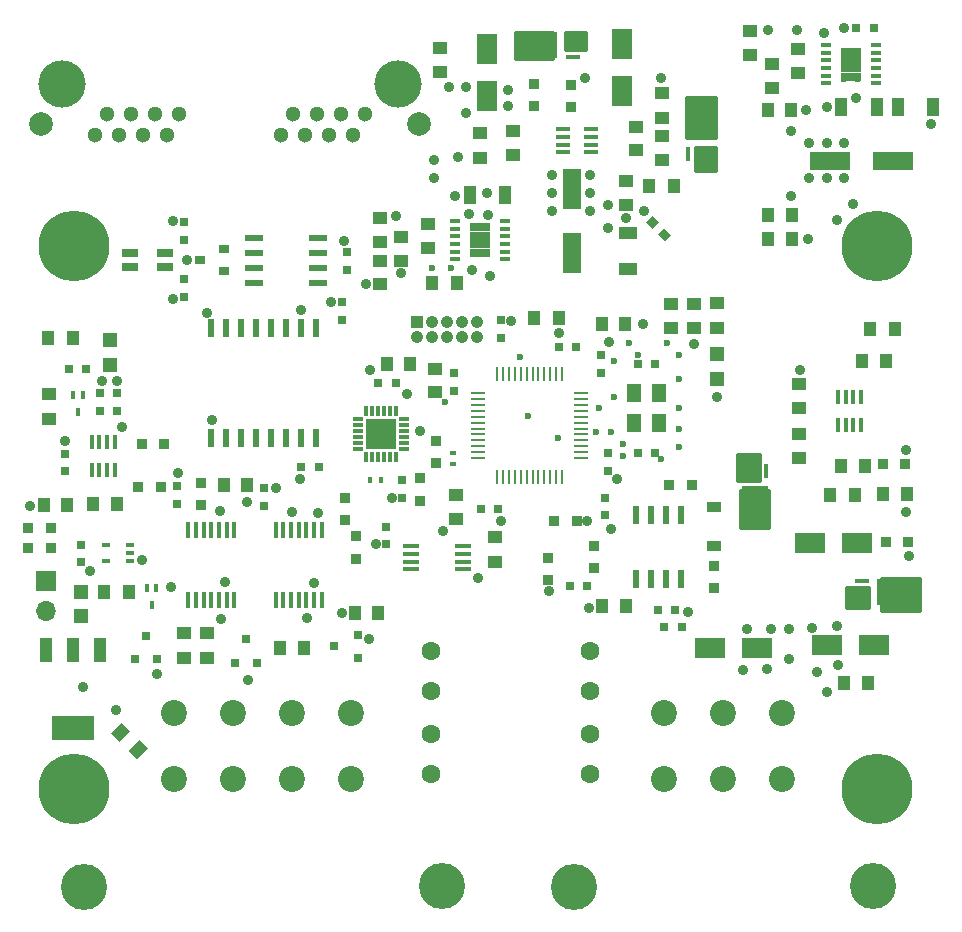
<source format=gbs>
G04 #@! TF.FileFunction,Soldermask,Bot*
%FSLAX46Y46*%
G04 Gerber Fmt 4.6, Leading zero omitted, Abs format (unit mm)*
G04 Created by KiCad (PCBNEW 4.0.7-e0-6372~58~ubuntu16.10.1) date Tue Oct  3 15:09:46 2017*
%MOMM*%
%LPD*%
G01*
G04 APERTURE LIST*
%ADD10C,0.150000*%
%ADD11R,3.500000X1.600000*%
%ADD12R,1.000000X1.250000*%
%ADD13R,2.499360X1.800860*%
%ADD14R,1.250000X1.000000*%
%ADD15R,1.198880X1.198880*%
%ADD16R,1.800860X2.499360*%
%ADD17R,1.050000X1.050000*%
%ADD18C,1.050000*%
%ADD19R,0.400000X0.800000*%
%ADD20R,0.420000X1.300000*%
%ADD21R,0.660400X0.406400*%
%ADD22R,0.450000X1.450000*%
%ADD23R,1.300000X0.250000*%
%ADD24R,0.250000X1.300000*%
%ADD25R,1.450000X0.450000*%
%ADD26R,0.600000X1.550000*%
%ADD27R,0.800100X0.800100*%
%ADD28C,6.000000*%
%ADD29R,3.657600X2.032000*%
%ADD30R,1.016000X2.032000*%
%ADD31R,1.600000X3.500000*%
%ADD32R,0.750000X0.800000*%
%ADD33R,0.900000X0.800000*%
%ADD34R,1.300000X1.000000*%
%ADD35R,1.000000X1.300000*%
%ADD36R,0.900000X0.900000*%
%ADD37R,1.550000X0.600000*%
%ADD38R,0.800000X0.750000*%
%ADD39C,1.300000*%
%ADD40C,4.000000*%
%ADD41C,2.000000*%
%ADD42R,0.890000X0.420000*%
%ADD43R,0.825000X0.712500*%
%ADD44R,1.400000X0.800000*%
%ADD45R,1.300000X1.600000*%
%ADD46R,0.405000X1.300000*%
%ADD47R,2.235000X1.725000*%
%ADD48R,1.300000X0.405000*%
%ADD49R,1.725000X2.235000*%
%ADD50R,1.300000X0.420000*%
%ADD51R,0.600000X1.500000*%
%ADD52C,1.600000*%
%ADD53R,1.700000X1.700000*%
%ADD54O,1.700000X1.700000*%
%ADD55R,1.200000X0.900000*%
%ADD56R,0.300000X0.850000*%
%ADD57R,0.850000X0.300000*%
%ADD58R,2.600000X2.600000*%
%ADD59R,0.400000X0.600000*%
%ADD60R,0.600000X0.400000*%
%ADD61C,2.200000*%
%ADD62C,3.900000*%
%ADD63R,1.600000X1.000000*%
%ADD64R,1.000000X1.600000*%
%ADD65R,1.200000X1.200000*%
%ADD66C,0.600000*%
%ADD67C,0.889000*%
%ADD68C,0.254000*%
G04 APERTURE END LIST*
D10*
D11*
X74400000Y-12300000D03*
X69000000Y-12300000D03*
D12*
X72250000Y-56500000D03*
X70250000Y-56500000D03*
D13*
X67326020Y-44625000D03*
X71323980Y-44625000D03*
D14*
X66450000Y-31180000D03*
X66450000Y-33180000D03*
D12*
X4475000Y-41400000D03*
X2475000Y-41400000D03*
X73750000Y-29250000D03*
X71750000Y-29250000D03*
D14*
X42200000Y-9800000D03*
X42200000Y-11800000D03*
X66350000Y-4850000D03*
X66350000Y-2850000D03*
D15*
X8100000Y-27450980D03*
X8100000Y-29549020D03*
X5625000Y-48750980D03*
X5625000Y-50849020D03*
D16*
X51400000Y-2401020D03*
X51400000Y-6398980D03*
D13*
X72748980Y-53250000D03*
X68751020Y-53250000D03*
D16*
X40000000Y-2801020D03*
X40000000Y-6798980D03*
D17*
X34050000Y-25950000D03*
D18*
X35320000Y-25950000D03*
X36590000Y-25950000D03*
X37860000Y-25950000D03*
X39130000Y-25950000D03*
X35320000Y-27220000D03*
X36590000Y-27220000D03*
X37860000Y-27220000D03*
X39130000Y-27220000D03*
X34050000Y-27220000D03*
D19*
X5750000Y-32125000D03*
X4950000Y-32125000D03*
X5350000Y-33525000D03*
X12000000Y-48475000D03*
X11200000Y-48475000D03*
X11600000Y-49875000D03*
D20*
X6525000Y-36075000D03*
X7175000Y-36075000D03*
X7825000Y-36075000D03*
X8475000Y-36075000D03*
X8475000Y-38425000D03*
X7825000Y-38425000D03*
X7175000Y-38425000D03*
X6525000Y-38425000D03*
D21*
X9741000Y-44839600D03*
X9741000Y-46160400D03*
X9741000Y-45500000D03*
X7709000Y-46160400D03*
X7709000Y-44839600D03*
D22*
X22100000Y-43550000D03*
X22750000Y-43550000D03*
X23400000Y-43550000D03*
X24050000Y-43550000D03*
X24700000Y-43550000D03*
X25350000Y-43550000D03*
X26000000Y-43550000D03*
X26000000Y-49450000D03*
X25350000Y-49450000D03*
X24700000Y-49450000D03*
X24050000Y-49450000D03*
X23400000Y-49450000D03*
X22750000Y-49450000D03*
X22100000Y-49450000D03*
X14700000Y-43550000D03*
X15350000Y-43550000D03*
X16000000Y-43550000D03*
X16650000Y-43550000D03*
X17300000Y-43550000D03*
X17950000Y-43550000D03*
X18600000Y-43550000D03*
X18600000Y-49450000D03*
X17950000Y-49450000D03*
X17300000Y-49450000D03*
X16650000Y-49450000D03*
X16000000Y-49450000D03*
X15350000Y-49450000D03*
X14700000Y-49450000D03*
D23*
X47950000Y-31950000D03*
X47950000Y-32450000D03*
X47950000Y-32950000D03*
X47950000Y-33450000D03*
X47950000Y-33950000D03*
X47950000Y-34450000D03*
X47950000Y-34950000D03*
X47950000Y-35450000D03*
X47950000Y-35950000D03*
X47950000Y-36450000D03*
X47950000Y-36950000D03*
X47950000Y-37450000D03*
D24*
X46350000Y-39050000D03*
X45850000Y-39050000D03*
X45350000Y-39050000D03*
X44850000Y-39050000D03*
X44350000Y-39050000D03*
X43850000Y-39050000D03*
X43350000Y-39050000D03*
X42850000Y-39050000D03*
X42350000Y-39050000D03*
X41850000Y-39050000D03*
X41350000Y-39050000D03*
X40850000Y-39050000D03*
D23*
X39250000Y-37450000D03*
X39250000Y-36950000D03*
X39250000Y-36450000D03*
X39250000Y-35950000D03*
X39250000Y-35450000D03*
X39250000Y-34950000D03*
X39250000Y-34450000D03*
X39250000Y-33950000D03*
X39250000Y-33450000D03*
X39250000Y-32950000D03*
X39250000Y-32450000D03*
X39250000Y-31950000D03*
D24*
X40850000Y-30350000D03*
X41350000Y-30350000D03*
X41850000Y-30350000D03*
X42350000Y-30350000D03*
X42850000Y-30350000D03*
X43350000Y-30350000D03*
X43850000Y-30350000D03*
X44350000Y-30350000D03*
X44850000Y-30350000D03*
X45350000Y-30350000D03*
X45850000Y-30350000D03*
X46350000Y-30350000D03*
D25*
X38000000Y-44925000D03*
X38000000Y-45575000D03*
X38000000Y-46225000D03*
X38000000Y-46875000D03*
X33600000Y-46875000D03*
X33600000Y-46225000D03*
X33600000Y-45575000D03*
X33600000Y-44925000D03*
D13*
X58851020Y-53500000D03*
X62848980Y-53500000D03*
D26*
X52595000Y-42250000D03*
X53865000Y-42250000D03*
X55135000Y-42250000D03*
X56405000Y-42250000D03*
X56405000Y-47650000D03*
X55135000Y-47650000D03*
X53865000Y-47650000D03*
X52595000Y-47650000D03*
D27*
X12050000Y-54500760D03*
X10150000Y-54500760D03*
X11100000Y-52501780D03*
X29050760Y-52450000D03*
X29050760Y-54350000D03*
X27051780Y-53400000D03*
X20550000Y-54800760D03*
X18650000Y-54800760D03*
X19600000Y-52801780D03*
D28*
X5000000Y-19500000D03*
X73000000Y-65500000D03*
X73000000Y-19500000D03*
X5000000Y-65500000D03*
D29*
X4900000Y-60302000D03*
D30*
X4900000Y-53698000D03*
X7186000Y-53698000D03*
X2614000Y-53698000D03*
D14*
X36000000Y-2750000D03*
X36000000Y-4750000D03*
D31*
X47200000Y-20100000D03*
X47200000Y-14700000D03*
D12*
X63750000Y-8000000D03*
X65750000Y-8000000D03*
D14*
X30975000Y-19150000D03*
X30975000Y-17150000D03*
D32*
X14300000Y-18975000D03*
X14300000Y-17475000D03*
X28100000Y-20025000D03*
X28100000Y-21525000D03*
X14300000Y-22325000D03*
X14300000Y-23825000D03*
D33*
X17690000Y-19740000D03*
X17690000Y-21640000D03*
X15690000Y-20690000D03*
D34*
X54800000Y-10150000D03*
X54800000Y-12250000D03*
D35*
X75580000Y-40510000D03*
X73480000Y-40510000D03*
D36*
X75650000Y-44600000D03*
X73750000Y-44600000D03*
D34*
X54800000Y-6550000D03*
X54800000Y-8650000D03*
D36*
X44000000Y-7650000D03*
X44000000Y-5750000D03*
X75425000Y-37950000D03*
X73525000Y-37950000D03*
X47100000Y-5850000D03*
X47100000Y-7750000D03*
D37*
X25700000Y-18795000D03*
X25700000Y-20065000D03*
X25700000Y-21335000D03*
X25700000Y-22605000D03*
X20300000Y-22605000D03*
X20300000Y-21335000D03*
X20300000Y-20065000D03*
X20300000Y-18795000D03*
D14*
X51800000Y-16000000D03*
X51800000Y-14000000D03*
D12*
X69990000Y-38160000D03*
X71990000Y-38160000D03*
D14*
X52600000Y-11400000D03*
X52600000Y-9400000D03*
X35000000Y-19675000D03*
X35000000Y-17675000D03*
D38*
X4575000Y-29900000D03*
X6075000Y-29900000D03*
D32*
X7250000Y-33450000D03*
X7250000Y-31950000D03*
X8650000Y-33450000D03*
X8650000Y-31950000D03*
X4250000Y-37075000D03*
X4250000Y-38575000D03*
D38*
X54250000Y-37000000D03*
X52750000Y-37000000D03*
X52750000Y-29500000D03*
X54250000Y-29500000D03*
D32*
X50000000Y-40800000D03*
X50000000Y-42300000D03*
D38*
X55950000Y-50300000D03*
X54450000Y-50300000D03*
X55000000Y-51750000D03*
X56500000Y-51750000D03*
D32*
X37200000Y-30250000D03*
X37200000Y-31750000D03*
D38*
X47550000Y-28050000D03*
X46050000Y-28050000D03*
D32*
X50250000Y-37025000D03*
X50250000Y-38525000D03*
D38*
X39450000Y-41800000D03*
X40950000Y-41800000D03*
D32*
X41150000Y-27300000D03*
X41150000Y-25800000D03*
X49625000Y-30225000D03*
X49625000Y-28725000D03*
X21150000Y-41500000D03*
X21150000Y-40000000D03*
X13775000Y-41325000D03*
X13775000Y-39825000D03*
X31400000Y-43250000D03*
X31400000Y-44750000D03*
X5625000Y-44775000D03*
X5625000Y-46275000D03*
D39*
X13925000Y-8290000D03*
X7835000Y-8290000D03*
X11895000Y-8290000D03*
X9865000Y-8290000D03*
X12905000Y-10070000D03*
X10875000Y-10070000D03*
X8845000Y-10070000D03*
X6815000Y-10070000D03*
D40*
X32475000Y-5750000D03*
D41*
X2250000Y-9180000D03*
D39*
X22565000Y-10070000D03*
X24595000Y-10070000D03*
X26625000Y-10070000D03*
X28655000Y-10070000D03*
X25615000Y-8290000D03*
X27645000Y-8290000D03*
X23585000Y-8290000D03*
X29675000Y-8290000D03*
D40*
X4025000Y-5750000D03*
D41*
X34250000Y-9180000D03*
D34*
X66450000Y-35375000D03*
X66450000Y-37475000D03*
D35*
X53750000Y-14400000D03*
X55850000Y-14400000D03*
X72450000Y-26500000D03*
X74550000Y-26500000D03*
X71150000Y-40580000D03*
X69050000Y-40580000D03*
D34*
X39400000Y-12050000D03*
X39400000Y-9950000D03*
D36*
X45700000Y-42750000D03*
X47600000Y-42750000D03*
X57325000Y-39700000D03*
X55425000Y-39700000D03*
X49060000Y-46770000D03*
X49060000Y-44870000D03*
D34*
X40700000Y-44150000D03*
X40700000Y-46250000D03*
X2950000Y-32050000D03*
X2950000Y-34150000D03*
D35*
X22425000Y-53550000D03*
X24525000Y-53550000D03*
D34*
X14300000Y-54350000D03*
X14300000Y-52250000D03*
D35*
X4950000Y-27250000D03*
X2850000Y-27250000D03*
D34*
X16300000Y-54350000D03*
X16300000Y-52250000D03*
D42*
X72930000Y-2475000D03*
X72930000Y-3125000D03*
X72930000Y-3775000D03*
X72930000Y-4425000D03*
X72930000Y-5075000D03*
X72930000Y-5725000D03*
X68720000Y-5725000D03*
X68720000Y-5075000D03*
X68720000Y-4425000D03*
X68720000Y-3775000D03*
X68720000Y-3125000D03*
X68720000Y-2475000D03*
D43*
X70412500Y-5168750D03*
X70412500Y-4456250D03*
X70412500Y-3743750D03*
X70412500Y-3031250D03*
X71237500Y-5168750D03*
X71237500Y-4456250D03*
X71237500Y-3743750D03*
X71237500Y-3031250D03*
D42*
X41505000Y-17375000D03*
X41505000Y-18025000D03*
X41505000Y-18675000D03*
X41505000Y-19325000D03*
X41505000Y-19975000D03*
X41505000Y-20625000D03*
X37295000Y-20625000D03*
X37295000Y-19975000D03*
X37295000Y-19325000D03*
X37295000Y-18675000D03*
X37295000Y-18025000D03*
X37295000Y-17375000D03*
D43*
X38987500Y-20068750D03*
X38987500Y-19356250D03*
X38987500Y-18643750D03*
X38987500Y-17931250D03*
X39812500Y-20068750D03*
X39812500Y-19356250D03*
X39812500Y-18643750D03*
X39812500Y-17931250D03*
D44*
X12750000Y-20100000D03*
X9750000Y-21300000D03*
X12750000Y-21300000D03*
X9750000Y-20100000D03*
D45*
X52450000Y-34450000D03*
X52450000Y-31950000D03*
X54550000Y-31950000D03*
X54550000Y-34450000D03*
D38*
X25750000Y-38200000D03*
X24250000Y-38200000D03*
D32*
X27675000Y-25775000D03*
X27675000Y-24275000D03*
D35*
X37450000Y-22600000D03*
X35350000Y-22600000D03*
D46*
X63635000Y-42020000D03*
X62985000Y-42020000D03*
X62335000Y-42020000D03*
X61685000Y-42020000D03*
X61685000Y-38535000D03*
X62335000Y-38535000D03*
X62985000Y-38535000D03*
X63635000Y-38535000D03*
D47*
X62660000Y-40670000D03*
D46*
X57025000Y-8250000D03*
X57675000Y-8250000D03*
X58325000Y-8250000D03*
X58975000Y-8250000D03*
X58975000Y-11735000D03*
X58325000Y-11735000D03*
X57675000Y-11735000D03*
X57025000Y-11735000D03*
D47*
X58000000Y-9600000D03*
D48*
X75200000Y-47825000D03*
X75200000Y-48475000D03*
X75200000Y-49125000D03*
X75200000Y-49775000D03*
X71715000Y-49775000D03*
X71715000Y-49125000D03*
X71715000Y-48475000D03*
X71715000Y-47825000D03*
D49*
X73850000Y-48800000D03*
D48*
X43750000Y-3475000D03*
X43750000Y-2825000D03*
X43750000Y-2175000D03*
X43750000Y-1525000D03*
X47235000Y-1525000D03*
X47235000Y-2175000D03*
X47235000Y-2825000D03*
X47235000Y-3475000D03*
D49*
X45100000Y-2500000D03*
D20*
X69700000Y-32300000D03*
X70350000Y-32300000D03*
X71000000Y-32300000D03*
X71650000Y-32300000D03*
X71650000Y-34650000D03*
X71000000Y-34650000D03*
X70350000Y-34650000D03*
X69700000Y-34650000D03*
D50*
X46425000Y-11575000D03*
X46425000Y-10925000D03*
X46425000Y-10275000D03*
X46425000Y-9625000D03*
X48775000Y-9625000D03*
X48775000Y-10275000D03*
X48775000Y-10925000D03*
X48775000Y-11575000D03*
D51*
X25520000Y-35750000D03*
X24250000Y-35750000D03*
X22980000Y-35750000D03*
X21710000Y-35750000D03*
X20440000Y-35750000D03*
X19170000Y-35750000D03*
X17900000Y-35750000D03*
X16630000Y-35750000D03*
X16630000Y-26450000D03*
X17900000Y-26450000D03*
X19170000Y-26450000D03*
X20440000Y-26450000D03*
X21710000Y-26450000D03*
X22980000Y-26450000D03*
X24250000Y-26450000D03*
X25520000Y-26450000D03*
D35*
X7550000Y-48800000D03*
X9650000Y-48800000D03*
D52*
X48735000Y-53800000D03*
X48735000Y-57200000D03*
X35265000Y-53800000D03*
X35265000Y-57200000D03*
X48735000Y-60800000D03*
X48735000Y-64200000D03*
X35265000Y-60800000D03*
X35265000Y-64200000D03*
D53*
X2625000Y-47875000D03*
D54*
X2625000Y-50415000D03*
D36*
X59250000Y-48450000D03*
X59250000Y-46550000D03*
X3050000Y-45075000D03*
X1150000Y-45075000D03*
X3050000Y-43400000D03*
X1150000Y-43400000D03*
D55*
X59250000Y-44900000D03*
X59250000Y-41600000D03*
D56*
X29750000Y-33450000D03*
X30250000Y-33450000D03*
X30750000Y-33450000D03*
X31250000Y-33450000D03*
X31750000Y-33450000D03*
X32250000Y-33450000D03*
D57*
X32950000Y-34150000D03*
X32950000Y-34650000D03*
X32950000Y-35150000D03*
X32950000Y-35650000D03*
X32950000Y-36150000D03*
X32950000Y-36650000D03*
D56*
X32250000Y-37350000D03*
X31750000Y-37350000D03*
X31250000Y-37350000D03*
X30750000Y-37350000D03*
X30250000Y-37350000D03*
X29750000Y-37350000D03*
D57*
X29050000Y-36650000D03*
X29050000Y-36150000D03*
X29050000Y-35650000D03*
X29050000Y-35150000D03*
X29050000Y-34650000D03*
X29050000Y-34150000D03*
D58*
X31000000Y-35400000D03*
D32*
X32800000Y-39300000D03*
X32800000Y-40800000D03*
D12*
X33500000Y-29500000D03*
X31500000Y-29500000D03*
D36*
X34300000Y-41050000D03*
X34300000Y-39150000D03*
D59*
X30100000Y-39300000D03*
X31000000Y-39300000D03*
D60*
X37100000Y-37050000D03*
X37100000Y-37950000D03*
D36*
X35700000Y-37900000D03*
X35700000Y-36000000D03*
D61*
X28500000Y-59050000D03*
X28500000Y-64650000D03*
X23500000Y-64650000D03*
X23500000Y-59050000D03*
X18500000Y-59050000D03*
X13500000Y-59050000D03*
X18500000Y-64650000D03*
D62*
X36150000Y-73700000D03*
D61*
X13500000Y-64650000D03*
D62*
X5850000Y-73750000D03*
D61*
X65000000Y-64650000D03*
X65000000Y-59050000D03*
X60000000Y-59050000D03*
X55000000Y-59050000D03*
X60000000Y-64650000D03*
D62*
X72650000Y-73700000D03*
D61*
X55000000Y-64650000D03*
D62*
X47350000Y-73750000D03*
D12*
X49750000Y-50000000D03*
X51750000Y-50000000D03*
D36*
X28000000Y-40825000D03*
X28000000Y-42725000D03*
X15775000Y-39525000D03*
X15775000Y-41425000D03*
X12350000Y-39900000D03*
X10450000Y-39900000D03*
X45200000Y-45900000D03*
X45200000Y-47800000D03*
X10750000Y-36300000D03*
X12650000Y-36300000D03*
D35*
X6600000Y-41375000D03*
X8700000Y-41375000D03*
D14*
X35580000Y-29900000D03*
X35580000Y-31900000D03*
D36*
X28925000Y-45975000D03*
X28925000Y-44075000D03*
D14*
X32750000Y-20750000D03*
X32750000Y-18750000D03*
X30975000Y-22750000D03*
X30975000Y-20750000D03*
X62300000Y-1300000D03*
X62300000Y-3300000D03*
X64100000Y-6100000D03*
X64100000Y-4100000D03*
D63*
X51900000Y-21425000D03*
X51900000Y-18425000D03*
D64*
X41550000Y-15150000D03*
X38550000Y-15150000D03*
D10*
G36*
X54517678Y-17487348D02*
X53987348Y-18017678D01*
X53421662Y-17451992D01*
X53951992Y-16921662D01*
X54517678Y-17487348D01*
X54517678Y-17487348D01*
G37*
G36*
X55578338Y-18548008D02*
X55048008Y-19078338D01*
X54482322Y-18512652D01*
X55012652Y-17982322D01*
X55578338Y-18548008D01*
X55578338Y-18548008D01*
G37*
D64*
X73000000Y-7750000D03*
X70000000Y-7750000D03*
X74750000Y-7750000D03*
X77750000Y-7750000D03*
D38*
X71250000Y-1000000D03*
X72750000Y-1000000D03*
D12*
X49700000Y-26100000D03*
X51700000Y-26100000D03*
D14*
X37400000Y-40600000D03*
X37400000Y-42600000D03*
D12*
X19700000Y-39700000D03*
X17700000Y-39700000D03*
X28800000Y-50600000D03*
X30800000Y-50600000D03*
D38*
X48500000Y-48250000D03*
X47000000Y-48250000D03*
D10*
G36*
X11255635Y-62036396D02*
X10336396Y-62955635D01*
X9629289Y-62248528D01*
X10548528Y-61329289D01*
X11255635Y-62036396D01*
X11255635Y-62036396D01*
G37*
G36*
X9770711Y-60551472D02*
X8851472Y-61470711D01*
X8144365Y-60763604D01*
X9063604Y-59844365D01*
X9770711Y-60551472D01*
X9770711Y-60551472D01*
G37*
D38*
X30750000Y-31100000D03*
X32250000Y-31100000D03*
D12*
X63800000Y-18900000D03*
X65800000Y-18900000D03*
D14*
X55600000Y-24400000D03*
X55600000Y-26400000D03*
D12*
X63800000Y-16900000D03*
X65800000Y-16900000D03*
D14*
X57500000Y-24400000D03*
X57500000Y-26400000D03*
D65*
X59500000Y-28600000D03*
X59500000Y-30800000D03*
D34*
X59500000Y-26450000D03*
X59500000Y-24350000D03*
D35*
X46100000Y-25600000D03*
X44000000Y-25600000D03*
D66*
X42750000Y-28900000D03*
D67*
X48500000Y-42750000D03*
X53200000Y-26075000D03*
X57500000Y-27800000D03*
X59500000Y-32300000D03*
X71000000Y-15900000D03*
X69600000Y-17300000D03*
X67200000Y-18900000D03*
X30100000Y-30000000D03*
X33250000Y-32000000D03*
X66500000Y-30000000D03*
X68750000Y-57250000D03*
X64000000Y-51900000D03*
X62000000Y-51900000D03*
X61700000Y-55400000D03*
X63700000Y-55300000D03*
X67900000Y-55600000D03*
X69700000Y-55000000D03*
X65600000Y-54500000D03*
X65600000Y-51900000D03*
X67500000Y-51800000D03*
X69600000Y-51700000D03*
X16700000Y-34200000D03*
X13800000Y-38700000D03*
X24200000Y-39200000D03*
X9100000Y-34800000D03*
X19700000Y-41200000D03*
X45250000Y-48700000D03*
X39200000Y-47600000D03*
X30600000Y-44700000D03*
X36300000Y-43600000D03*
X41200000Y-42800000D03*
X27700000Y-50600000D03*
X63750000Y-1250000D03*
X66250000Y-1250000D03*
X68500000Y-1500000D03*
X70250000Y-1000000D03*
X68750000Y-7750000D03*
X71250000Y-7000000D03*
X65750000Y-9750000D03*
X65750000Y-15250000D03*
X67000000Y-8000000D03*
X67250000Y-13750000D03*
X68750000Y-13750000D03*
X70250000Y-13750000D03*
X67250000Y-10750000D03*
X68750000Y-10750000D03*
X70250000Y-10750000D03*
X77600000Y-9200000D03*
D66*
X70200000Y-5400000D03*
X71400000Y-5400000D03*
X71400000Y-3200000D03*
X70200000Y-3200000D03*
D67*
X70800000Y-4200000D03*
D66*
X36400000Y-32730000D03*
X52750000Y-28750000D03*
D67*
X51000000Y-39250000D03*
X50300000Y-27650000D03*
X46125000Y-26850000D03*
X10775000Y-46125000D03*
X75500000Y-36750000D03*
X75500000Y-42000000D03*
X31950000Y-40850000D03*
X34350000Y-35200000D03*
D66*
X46000000Y-35750000D03*
X49250000Y-35250000D03*
X50500000Y-35250000D03*
X51500000Y-36250000D03*
X51500000Y-37250000D03*
X54750000Y-37500000D03*
X56250000Y-36500000D03*
X56250000Y-35000000D03*
X56250000Y-33250000D03*
X56250000Y-30750000D03*
X56250000Y-28750000D03*
X55250000Y-27750000D03*
X52000000Y-27750000D03*
X50750000Y-29250000D03*
X50750000Y-32250000D03*
X49500000Y-33250000D03*
D67*
X1275000Y-41525000D03*
X13225000Y-48375000D03*
X42050000Y-25850000D03*
X8650000Y-30950000D03*
X7375000Y-30950000D03*
X6350000Y-47050000D03*
X50500000Y-43475000D03*
X22100000Y-40000000D03*
X17350000Y-41900000D03*
X23500000Y-42050000D03*
X25725000Y-42125000D03*
X25350000Y-48000000D03*
X17850000Y-47950000D03*
X57000000Y-50500000D03*
X4225000Y-35975000D03*
X75750000Y-45750000D03*
X48650000Y-50150000D03*
X24750000Y-51000000D03*
X30000000Y-52750000D03*
X19750000Y-56250000D03*
X12050000Y-55700000D03*
X17500000Y-51100000D03*
D66*
X43500000Y-33850000D03*
D67*
X48250000Y-5250000D03*
X54750000Y-5250000D03*
X36750000Y-6000000D03*
X38250000Y-8250000D03*
X41750000Y-7664998D03*
X41750000Y-6250000D03*
X38250000Y-6000000D03*
X40000000Y-15000000D03*
X35500000Y-13750000D03*
X35500000Y-12250000D03*
X37500000Y-12000000D03*
X53250000Y-16500000D03*
X50250000Y-16000000D03*
X45500000Y-16500000D03*
X45500000Y-15000000D03*
X45500000Y-13500000D03*
X48750000Y-13500000D03*
X48750000Y-15000000D03*
X48750000Y-16500000D03*
D66*
X39750000Y-20000000D03*
D67*
X40250000Y-22000000D03*
X38750000Y-21500000D03*
X29750000Y-22750000D03*
X32750000Y-21750000D03*
X32250000Y-17000000D03*
X37250000Y-15250000D03*
X40100000Y-16900000D03*
D66*
X39750000Y-18000000D03*
D67*
X38500000Y-16800000D03*
D66*
X39000000Y-20000000D03*
X39000000Y-18000000D03*
D67*
X39350000Y-18975000D03*
X50250000Y-18000000D03*
X51800000Y-17150000D03*
X26750000Y-24275000D03*
X24250000Y-24925000D03*
X16300000Y-25150000D03*
X13400000Y-24000000D03*
X13400000Y-17400000D03*
X14600000Y-20700000D03*
X27850000Y-19050000D03*
X5800000Y-56800000D03*
D66*
X35350000Y-21400000D03*
X36950000Y-21400000D03*
D67*
X8600000Y-58800000D03*
D68*
G36*
X63123000Y-39373000D02*
X61127000Y-39373000D01*
X61127000Y-37127000D01*
X63123000Y-37127000D01*
X63123000Y-39373000D01*
X63123000Y-39373000D01*
G37*
X63123000Y-39373000D02*
X61127000Y-39373000D01*
X61127000Y-37127000D01*
X63123000Y-37127000D01*
X63123000Y-39373000D01*
G36*
X63873000Y-43373000D02*
X61377000Y-43373000D01*
X61377000Y-40127000D01*
X63873000Y-40127000D01*
X63873000Y-43373000D01*
X63873000Y-43373000D01*
G37*
X63873000Y-43373000D02*
X61377000Y-43373000D01*
X61377000Y-40127000D01*
X63873000Y-40127000D01*
X63873000Y-43373000D01*
G36*
X76623000Y-50373000D02*
X73377000Y-50373000D01*
X73377000Y-47627000D01*
X76623000Y-47627000D01*
X76623000Y-50373000D01*
X76623000Y-50373000D01*
G37*
X76623000Y-50373000D02*
X73377000Y-50373000D01*
X73377000Y-47627000D01*
X76623000Y-47627000D01*
X76623000Y-50373000D01*
G36*
X72373000Y-50123000D02*
X70377000Y-50123000D01*
X70377000Y-48377000D01*
X72373000Y-48377000D01*
X72373000Y-50123000D01*
X72373000Y-50123000D01*
G37*
X72373000Y-50123000D02*
X70377000Y-50123000D01*
X70377000Y-48377000D01*
X72373000Y-48377000D01*
X72373000Y-50123000D01*
G36*
X45623000Y-3623000D02*
X42377000Y-3623000D01*
X42377000Y-1377000D01*
X45623000Y-1377000D01*
X45623000Y-3623000D01*
X45623000Y-3623000D01*
G37*
X45623000Y-3623000D02*
X42377000Y-3623000D01*
X42377000Y-1377000D01*
X45623000Y-1377000D01*
X45623000Y-3623000D01*
G36*
X48373000Y-2873000D02*
X46627000Y-2873000D01*
X46627000Y-1377000D01*
X48373000Y-1377000D01*
X48373000Y-2873000D01*
X48373000Y-2873000D01*
G37*
X48373000Y-2873000D02*
X46627000Y-2873000D01*
X46627000Y-1377000D01*
X48373000Y-1377000D01*
X48373000Y-2873000D01*
G36*
X59373000Y-10373000D02*
X56877000Y-10373000D01*
X56877000Y-6877000D01*
X59373000Y-6877000D01*
X59373000Y-10373000D01*
X59373000Y-10373000D01*
G37*
X59373000Y-10373000D02*
X56877000Y-10373000D01*
X56877000Y-6877000D01*
X59373000Y-6877000D01*
X59373000Y-10373000D01*
G36*
X59373000Y-13123000D02*
X57627000Y-13123000D01*
X57627000Y-11127000D01*
X59373000Y-11127000D01*
X59373000Y-13123000D01*
X59373000Y-13123000D01*
G37*
X59373000Y-13123000D02*
X57627000Y-13123000D01*
X57627000Y-11127000D01*
X59373000Y-11127000D01*
X59373000Y-13123000D01*
M02*

</source>
